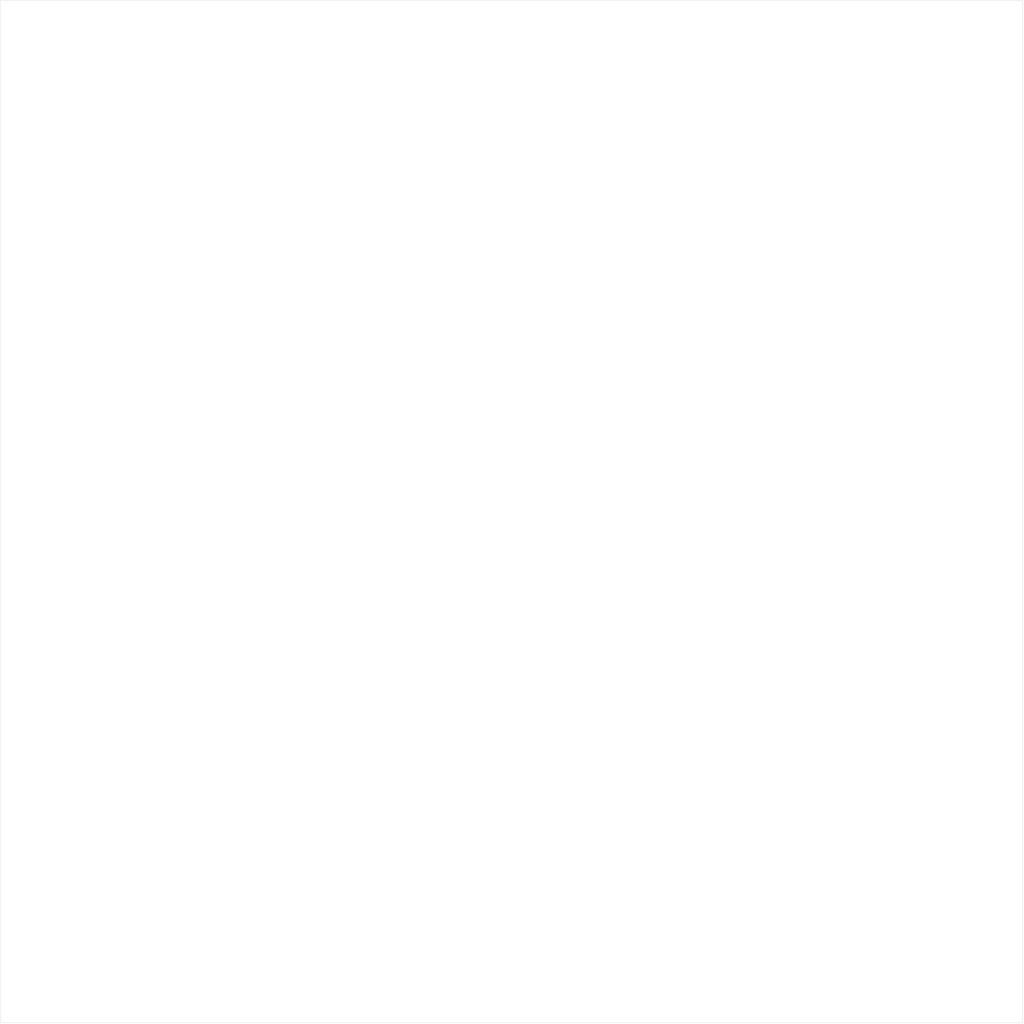
<source format=kicad_pcb>
(kicad_pcb (version 20171130) (host pcbnew "(5.1.5)-3")
  (layers (0 F.Cu signal) (31 B.Cu signal) (34 B.Paste user) (35 F.Paste user) (36 B.SilkS user) (37 F.SilkS user) (38 B.Mask user) (39 F.Mask user) (44 Edge.Cuts user))
  (net 0 "")
  (module mapref:mapref (layer F.Cu) (at 233 200)
    (fp_text reference G*** hide)
    (fp_text value LOGO hide)
  )
  (gr_line (start 233 20) (end 233 200) (layer Edge.Cuts) (width 0.05))
  (gr_line (start 53 20) (end 53 200) (layer Edge.Cuts) (width 0.05))
  (gr_line (start 53 200) (end 233 200) (layer Edge.Cuts) (width 0.05))
  (gr_line (start 53 20) (end 233 20) (layer Edge.Cuts) (width 0.05))
)
</source>
